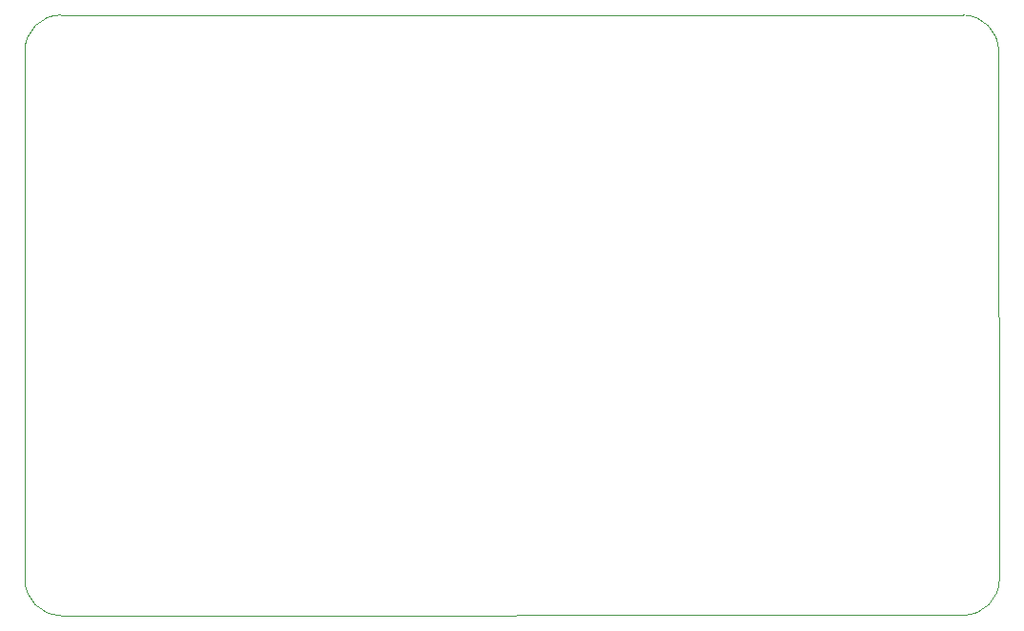
<source format=gbr>
%TF.GenerationSoftware,KiCad,Pcbnew,7.0.9*%
%TF.CreationDate,2023-12-16T18:18:27+09:00*%
%TF.ProjectId,______1,d7edb8a7-afc8-4312-9e6b-696361645f70,rev?*%
%TF.SameCoordinates,PX5e58d50PY7916890*%
%TF.FileFunction,Profile,NP*%
%FSLAX46Y46*%
G04 Gerber Fmt 4.6, Leading zero omitted, Abs format (unit mm)*
G04 Created by KiCad (PCBNEW 7.0.9) date 2023-12-16 18:18:27*
%MOMM*%
%LPD*%
G01*
G04 APERTURE LIST*
%TA.AperFunction,Profile*%
%ADD10C,0.100000*%
%TD*%
G04 APERTURE END LIST*
D10*
X83490000Y-10000D02*
G75*
G03*
X86670000Y3170000I0J3180000D01*
G01*
X83490000Y-10000D02*
X3318600Y-30000D01*
X3318600Y53301400D02*
G75*
G03*
X138600Y50121400I0J-3180000D01*
G01*
X86601400Y50121400D02*
X86670000Y3170000D01*
X86601400Y50121400D02*
G75*
G03*
X83421400Y53301400I-3180000J0D01*
G01*
X138600Y3150000D02*
X138600Y50121400D01*
X3318600Y53301400D02*
X83421400Y53301400D01*
X138600Y3150000D02*
G75*
G03*
X3318600Y-30000I3180000J0D01*
G01*
M02*

</source>
